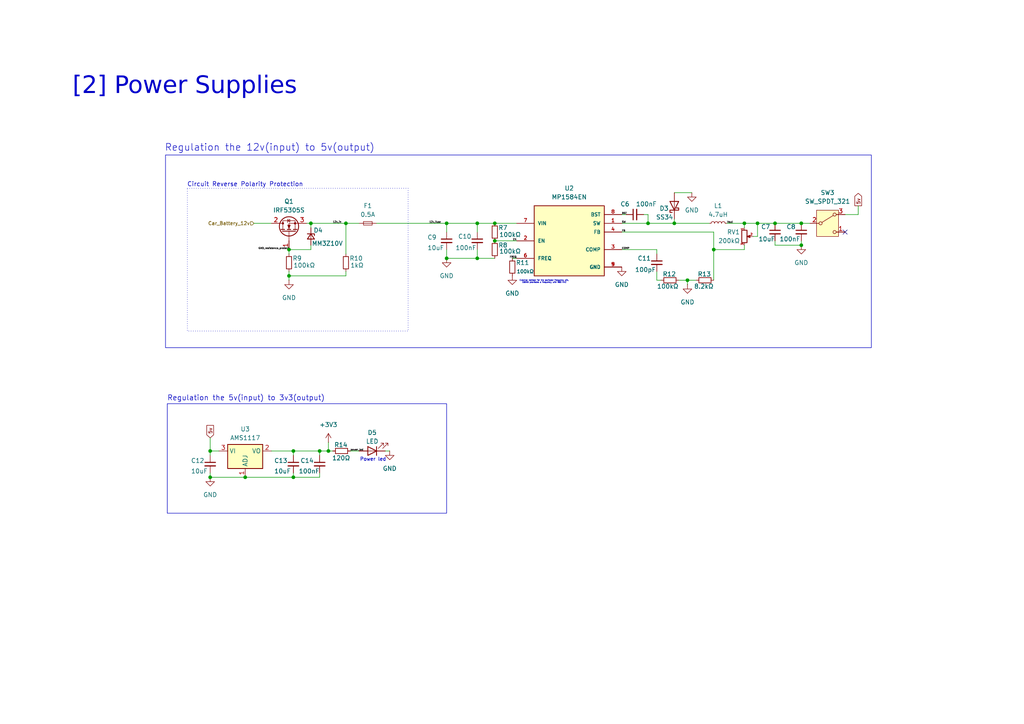
<source format=kicad_sch>
(kicad_sch (version 20231120) (generator "eeschema") (generator_version "8.0")
  (paper "A4")
  (title_block (title "Dongle eaLIVE for telemetry") (date "2024-09-19") (rev "2.0") (company "LIVE") (comment 1 "Size A4") (comment 2 "Drawn by: João Gabriel") (comment 3 "Sheet 3 of 5"))
  (lib_symbols
    (symbol "Device:C_Small" (pin_numbers hide) (pin_names (offset 0.254) hide)
      (property "Reference" "C" (at 0.254 1.778 0))
      (property "Value" "C_Small" (at 0.254 -2.032 0))
      (symbol "C_Small_0_1"
        (polyline (pts (xy -1.524 -0.508) (xy 1.524 -0.508)) (stroke (width 0.3302)))
        (polyline (pts (xy -1.524 0.508) (xy 1.524 0.508)) (stroke (width 0.3048)))
      )
      (symbol "C_Small_1_1"
        (pin passive line (at 0 2.54 270) (length 2.032) (name "~") (number "1"))
        (pin passive line (at 0 -2.54 90) (length 2.032) (name "~") (number "2"))
      )
    )
    (symbol "Device:D_Schottky" (pin_numbers hide) (pin_names (offset 1.016) hide)
      (property "Reference" "D" (at 0 2.54 0))
      (property "Value" "D_Schottky" (at 0 -2.54 0))
      (symbol "D_Schottky_0_1"
        (polyline (pts (xy 1.27 0) (xy -1.27 0)))
        (polyline (pts (xy 1.27 1.27) (xy 1.27 -1.27) (xy -1.27 0) (xy 1.27 1.27)) (stroke (width 0.254)))
        (polyline (pts (xy -1.905 0.635) (xy -1.905 1.27) (xy -1.27 1.27) (xy -1.27 -1.27) (xy -0.635 -1.27) (xy -0.635 -0.635)) (stroke (width 0.254)))
      )
      (symbol "D_Schottky_1_1"
        (pin passive line (at -3.81 0 0) (length 2.54) (name "K") (number "1"))
        (pin passive line (at 3.81 0 180) (length 2.54) (name "A") (number "2"))
      )
    )
    (symbol "Device:D_Zener_Small" (pin_numbers hide) (pin_names (offset 0.254) hide)
      (property "Reference" "D" (at 0 2.286 0))
      (property "Value" "D_Zener_Small" (at 0 -2.286 0))
      (symbol "D_Zener_Small_0_1"
        (polyline (pts (xy 0.762 0) (xy -0.762 0)))
        (polyline (pts (xy -0.254 1.016) (xy -0.762 1.016) (xy -0.762 -1.016)) (stroke (width 0.254)))
        (polyline (pts (xy 0.762 1.016) (xy -0.762 0) (xy 0.762 -1.016) (xy 0.762 1.016)) (stroke (width 0.254)))
      )
      (symbol "D_Zener_Small_1_1"
        (pin passive line (at -2.54 0 0) (length 1.778) (name "K") (number "1"))
        (pin passive line (at 2.54 0 180) (length 1.778) (name "A") (number "2"))
      )
    )
    (symbol "Device:Fuse_Small" (pin_numbers hide) (pin_names (offset 0.254) hide)
      (property "Reference" "F" (at 0 -1.524 0))
      (property "Value" "Fuse_Small" (at 0 1.524 0))
      (symbol "Fuse_Small_0_1"
        (rectangle (start -1.27 0.508) (end 1.27 -0.508))
        (polyline (pts (xy -1.27 0) (xy 1.27 0)))
      )
      (symbol "Fuse_Small_1_1"
        (pin passive line (at -2.54 0 0) (length 1.27) (name "~") (number "1"))
        (pin passive line (at 2.54 0 180) (length 1.27) (name "~") (number "2"))
      )
    )
    (symbol "Device:LED" (pin_numbers hide) (pin_names (offset 1.016) hide)
      (property "Reference" "D" (at 0 2.54 0))
      (property "Value" "LED" (at 0 -2.54 0))
      (symbol "LED_0_1"
        (polyline (pts (xy -1.27 -1.27) (xy -1.27 1.27)) (stroke (width 0.254)))
        (polyline (pts (xy -1.27 0) (xy 1.27 0)))
        (polyline (pts (xy 1.27 -1.27) (xy 1.27 1.27) (xy -1.27 0) (xy 1.27 -1.27)) (stroke (width 0.254)))
        (polyline (pts (xy -3.048 -0.762) (xy -4.572 -2.286) (xy -3.81 -2.286) (xy -4.572 -2.286) (xy -4.572 -1.524)))
        (polyline (pts (xy -1.778 -0.762) (xy -3.302 -2.286) (xy -2.54 -2.286) (xy -3.302 -2.286) (xy -3.302 -1.524)))
      )
      (symbol "LED_1_1"
        (pin passive line (at -3.81 0 0) (length 2.54) (name "K") (number "1"))
        (pin passive line (at 3.81 0 180) (length 2.54) (name "A") (number "2"))
      )
    )
    (symbol "Device:L_Small" (pin_numbers hide) (pin_names (offset 0.254) hide)
      (property "Reference" "L" (at 0.762 1.016 0))
      (property "Value" "L_Small" (at 0.762 -1.016 0))
      (symbol "L_Small_0_1"
        (arc (start 0 -2.032) (mid 0.5058 -1.524) (end 0 -1.016))
        (arc (start 0 -1.016) (mid 0.5058 -0.508) (end 0 0))
        (arc (start 0 0) (mid 0.5058 0.508) (end 0 1.016))
        (arc (start 0 1.016) (mid 0.5058 1.524) (end 0 2.032))
      )
      (symbol "L_Small_1_1"
        (pin passive line (at 0 2.54 270) (length 0.508) (name "~") (number "1"))
        (pin passive line (at 0 -2.54 90) (length 0.508) (name "~") (number "2"))
      )
    )
    (symbol "Device:R_Potentiometer_Small" (pin_names (offset 1.016) hide)
      (property "Reference" "RV" (at -4.445 0 90))
      (property "Value" "R_Potentiometer_Small" (at -2.54 0 90))
      (symbol "R_Potentiometer_Small_0_1"
        (polyline (pts (xy 0.889 0) (xy 0.635 0) (xy 1.651 0.381) (xy 1.651 -0.381) (xy 0.635 0) (xy 0.889 0)) (fill (type outline)))
        (rectangle (start 0.762 1.8034) (end -0.762 -1.8034) (stroke (width 0.254)))
      )
      (symbol "R_Potentiometer_Small_1_1"
        (pin passive line (at 0 2.54 270) (length 0.635) (name "1") (number "1"))
        (pin passive line (at 2.54 0 180) (length 0.9906) (name "2") (number "2"))
        (pin passive line (at 0 -2.54 90) (length 0.635) (name "3") (number "3"))
      )
    )
    (symbol "Device:R_Small" (pin_numbers hide) (pin_names (offset 0.254) hide)
      (property "Reference" "R" (at 0.762 0.508 0))
      (property "Value" "R_Small" (at 0.762 -1.016 0))
      (symbol "R_Small_0_1"
        (rectangle (start -0.762 1.778) (end 0.762 -1.778) (stroke (width 0.2032)))
      )
      (symbol "R_Small_1_1"
        (pin passive line (at 0 2.54 270) (length 0.762) (name "~") (number "1"))
        (pin passive line (at 0 -2.54 90) (length 0.762) (name "~") (number "2"))
      )
    )
    (symbol "DongleALIVE:MP1584EN" (pin_names (offset 1.016))
      (property "Reference" "U" (at -10.185 10.6942 0))
      (property "Value" "MP1584EN" (at -10.1723 -12.7154 0))
      (symbol "MP1584EN_0_0"
        (rectangle (start -10.16 -10.16) (end 10.16 10.16) (stroke (width 0.254)) (fill (type background)))
        (pin output line (at 15.24 5.08 180) (length 5.08) (name "SW") (number "1"))
        (pin input line (at -15.24 0 0) (length 5.08) (name "EN") (number "2"))
        (pin output line (at 15.24 -2.54 180) (length 5.08) (name "COMP") (number "3"))
        (pin input line (at 15.24 2.54 180) (length 5.08) (name "FB") (number "4"))
        (pin power_in line (at 15.24 -7.62 180) (length 5.08) (name "GND") (number "5"))
        (pin input line (at -15.24 -5.08 0) (length 5.08) (name "FREQ") (number "6"))
        (pin input line (at -15.24 5.08 0) (length 5.08) (name "VIN") (number "7"))
        (pin passive line (at 15.24 7.62 180) (length 5.08) (name "BST") (number "8"))
        (pin power_in line (at 15.24 -7.62 180) (length 5.08) (name "GND") (number "9"))
      )
    )
    (symbol "Regulator_Linear:AMS1117"
      (property "Reference" "U" (at -3.81 3.175 0))
      (property "Value" "AMS1117" (at 0 3.175 0))
      (symbol "AMS1117_0_1"
        (rectangle (start -5.08 -5.08) (end 5.08 1.905) (stroke (width 0.254)) (fill (type background)))
      )
      (symbol "AMS1117_1_1"
        (pin input line (at 0 -7.62 90) (length 2.54) (name "ADJ") (number "1"))
        (pin power_out line (at 7.62 0 180) (length 2.54) (name "VO") (number "2"))
        (pin power_in line (at -7.62 0 0) (length 2.54) (name "VI") (number "3"))
      )
    )
    (symbol "Switch:SW_SPDT_321" (pin_names (offset 1) hide)
      (property "Reference" "SW" (at 0 5.08 0))
      (property "Value" "SW_SPDT_321" (at 0 -5.08 0))
      (symbol "SW_SPDT_321_0_1"
        (circle (center -2.032 0) (radius 0.4572))
        (polyline (pts (xy -1.651 0.254) (xy 1.651 2.286)))
        (circle (center 2.032 -2.54) (radius 0.4572))
        (circle (center 2.032 2.54) (radius 0.4572))
      )
      (symbol "SW_SPDT_321_1_1"
        (rectangle (start -3.175 3.81) (end 3.175 -3.81) (fill (type background)))
        (pin passive line (at 5.08 -2.54 180) (length 2.54) (name "C") (number "1"))
        (pin passive line (at -5.08 0 0) (length 2.54) (name "B") (number "2"))
        (pin passive line (at 5.08 2.54 180) (length 2.54) (name "A") (number "3"))
      )
    )
    (symbol "Transistor_FET:IRF540N" (pin_names hide)
      (property "Reference" "Q" (at 5.08 1.905 0))
      (property "Value" "IRF540N" (at 5.08 0 0))
      (symbol "IRF540N_0_1"
        (polyline (pts (xy 0.254 0) (xy -2.54 0)))
        (polyline (pts (xy 0.254 1.905) (xy 0.254 -1.905)) (stroke (width 0.254)))
        (polyline (pts (xy 0.762 -1.27) (xy 0.762 -2.286)) (stroke (width 0.254)))
        (polyline (pts (xy 0.762 0.508) (xy 0.762 -0.508)) (stroke (width 0.254)))
        (polyline (pts (xy 0.762 2.286) (xy 0.762 1.27)) (stroke (width 0.254)))
        (polyline (pts (xy 2.54 2.54) (xy 2.54 1.778)))
        (polyline (pts (xy 2.54 -2.54) (xy 2.54 0) (xy 0.762 0)))
        (polyline (pts (xy 0.762 -1.778) (xy 3.302 -1.778) (xy 3.302 1.778) (xy 0.762 1.778)))
        (polyline (pts (xy 1.016 0) (xy 2.032 0.381) (xy 2.032 -0.381) (xy 1.016 0)) (fill (type outline)))
        (polyline (pts (xy 2.794 0.508) (xy 2.921 0.381) (xy 3.683 0.381) (xy 3.81 0.254)))
        (polyline (pts (xy 3.302 0.381) (xy 2.921 -0.254) (xy 3.683 -0.254) (xy 3.302 0.381)))
        (circle (center 1.651 0) (radius 2.794) (stroke (width 0.254)))
        (circle (center 2.54 -1.778) (radius 0.254) (fill (type outline)))
        (circle (center 2.54 1.778) (radius 0.254) (fill (type outline)))
      )
      (symbol "IRF540N_1_1"
        (pin input line (at -5.08 0 0) (length 2.54) (name "G") (number "1"))
        (pin passive line (at 2.54 5.08 270) (length 2.54) (name "D") (number "2"))
        (pin passive line (at 2.54 -5.08 90) (length 2.54) (name "S") (number "3"))
      )
    )
    (symbol "power:+3V3" (power) (pin_numbers hide) (pin_names (offset 0) hide)
      (property "Value" "+3V3" (at 0 3.556 0))
      (symbol "+3V3_0_1"
        (polyline (pts (xy -0.762 1.27) (xy 0 2.54)))
        (polyline (pts (xy 0 0) (xy 0 2.54)))
        (polyline (pts (xy 0 2.54) (xy 0.762 1.27)))
      )
      (symbol "+3V3_1_1"
        (pin power_in line (at 0 0 90) (length 0) (name "~") (number "1"))
      )
    )
    (symbol "power:GND" (power) (pin_numbers hide) (pin_names (offset 0) hide)
      (property "Value" "GND" (at 0 -3.81 0))
      (symbol "GND_0_1"
        (polyline (pts (xy 0 0) (xy 0 -1.27) (xy 1.27 -1.27) (xy 0 -2.54) (xy -1.27 -1.27) (xy 0 -1.27)))
      )
      (symbol "GND_1_1"
        (pin power_in line (at 0 0 270) (length 0) (name "~") (number "1"))
      )
    )
  )
  (junction (at 129.54 64.77))
  (junction (at 85.09 130.81))
  (junction (at 138.43 64.77))
  (junction (at 95.25 130.81))
  (junction (at 71.12 138.43))
  (junction (at 199.39 81.28))
  (junction (at 92.71 130.81))
  (junction (at 207.01 72.39))
  (junction (at 215.9 64.77))
  (junction (at 219.71 64.77))
  (junction (at 85.09 138.43))
  (junction (at 83.82 80.01))
  (junction (at 83.82 72.39))
  (junction (at 129.54 74.93))
  (junction (at 224.79 64.77))
  (junction (at 143.51 64.77))
  (junction (at 60.96 130.81))
  (junction (at 187.96 64.77))
  (junction (at 100.33 64.77))
  (junction (at 60.96 138.43))
  (junction (at 195.58 64.77))
  (junction (at 143.51 69.85))
  (junction (at 232.41 71.12))
  (junction (at 90.17 64.77))
  (junction (at 232.41 64.77))
  (junction (at 138.43 74.93))
  (no_connect (at 245.11 67.31))
  (wire (pts (xy 190.5 81.28) (xy 191.77 81.28)))
  (wire (pts (xy 129.54 74.93) (xy 138.43 74.93)))
  (wire (pts (xy 138.43 72.39) (xy 138.43 74.93)))
  (wire (pts (xy 215.9 72.39) (xy 207.01 72.39)))
  (wire (pts (xy 83.82 72.39) (xy 90.17 72.39)))
  (wire (pts (xy 60.96 130.81) (xy 63.5 130.81)))
  (wire (pts (xy 109.22 64.77) (xy 129.54 64.77)))
  (wire (pts (xy 129.54 64.77) (xy 138.43 64.77)))
  (wire (pts (xy 90.17 64.77) (xy 100.33 64.77)))
  (wire (pts (xy 148.59 74.93) (xy 149.86 74.93)))
  (wire (pts (xy 138.43 67.31) (xy 138.43 64.77)))
  (wire (pts (xy 219.71 64.77) (xy 215.9 64.77)))
  (wire (pts (xy 207.01 72.39) (xy 207.01 67.31)))
  (wire (pts (xy 95.25 130.81) (xy 96.52 130.81)))
  (wire (pts (xy 215.9 64.77) (xy 210.82 64.77)))
  (wire (pts (xy 215.9 71.12) (xy 215.9 72.39)))
  (wire (pts (xy 143.51 64.77) (xy 149.86 64.77)))
  (wire (pts (xy 187.96 62.23) (xy 187.96 64.77)))
  (wire (pts (xy 187.96 62.23) (xy 186.69 62.23)))
  (wire (pts (xy 200.66 55.88) (xy 195.58 55.88)))
  (wire (pts (xy 199.39 81.28) (xy 196.85 81.28)))
  (wire (pts (xy 73.66 64.77) (xy 78.74 64.77)))
  (wire (pts (xy 215.9 66.04) (xy 215.9 64.77)))
  (wire (pts (xy 190.5 72.39) (xy 190.5 73.66)))
  (wire (pts (xy 101.6 130.81) (xy 104.14 130.81)))
  (wire (pts (xy 248.92 59.69) (xy 248.92 62.23)))
  (wire (pts (xy 129.54 74.93) (xy 129.54 72.39)))
  (wire (pts (xy 190.5 78.74) (xy 190.5 81.28)))
  (wire (pts (xy 85.09 138.43) (xy 92.71 138.43)))
  (wire (pts (xy 78.74 130.81) (xy 85.09 130.81)))
  (wire (pts (xy 180.34 64.77) (xy 187.96 64.77)))
  (wire (pts (xy 71.12 138.43) (xy 85.09 138.43)))
  (wire (pts (xy 143.51 74.93) (xy 138.43 74.93)))
  (wire (pts (xy 85.09 138.43) (xy 85.09 137.16)))
  (wire (pts (xy 113.03 130.81) (xy 111.76 130.81)))
  (wire (pts (xy 232.41 69.85) (xy 232.41 71.12)))
  (wire (pts (xy 201.93 81.28) (xy 199.39 81.28)))
  (wire (pts (xy 219.71 68.58) (xy 219.71 64.77)))
  (wire (pts (xy 199.39 82.55) (xy 199.39 81.28)))
  (wire (pts (xy 60.96 138.43) (xy 60.96 137.16)))
  (wire (pts (xy 92.71 138.43) (xy 92.71 137.16)))
  (wire (pts (xy 100.33 64.77) (xy 104.14 64.77)))
  (wire (pts (xy 60.96 132.08) (xy 60.96 130.81)))
  (wire (pts (xy 129.54 67.31) (xy 129.54 64.77)))
  (wire (pts (xy 232.41 64.77) (xy 234.95 64.77)))
  (wire (pts (xy 248.92 62.23) (xy 245.11 62.23)))
  (wire (pts (xy 88.9 64.77) (xy 90.17 64.77)))
  (wire (pts (xy 85.09 130.81) (xy 92.71 130.81)))
  (wire (pts (xy 92.71 130.81) (xy 92.71 132.08)))
  (wire (pts (xy 224.79 71.12) (xy 224.79 69.85)))
  (wire (pts (xy 100.33 80.01) (xy 100.33 78.74)))
  (wire (pts (xy 83.82 81.28) (xy 83.82 80.01)))
  (wire (pts (xy 95.25 130.81) (xy 92.71 130.81)))
  (wire (pts (xy 219.71 68.58) (xy 218.44 68.58)))
  (wire (pts (xy 224.79 64.77) (xy 232.41 64.77)))
  (wire (pts (xy 90.17 66.04) (xy 90.17 64.77)))
  (wire (pts (xy 224.79 71.12) (xy 232.41 71.12)))
  (wire (pts (xy 83.82 80.01) (xy 100.33 80.01)))
  (wire (pts (xy 207.01 72.39) (xy 207.01 81.28)))
  (wire (pts (xy 180.34 72.39) (xy 190.5 72.39)))
  (wire (pts (xy 83.82 80.01) (xy 83.82 78.74)))
  (wire (pts (xy 143.51 69.85) (xy 149.86 69.85)))
  (wire (pts (xy 138.43 64.77) (xy 143.51 64.77)))
  (wire (pts (xy 195.58 64.77) (xy 195.58 63.5)))
  (wire (pts (xy 60.96 130.81) (xy 60.96 127)))
  (wire (pts (xy 100.33 73.66) (xy 100.33 64.77)))
  (wire (pts (xy 207.01 67.31) (xy 180.34 67.31)))
  (wire (pts (xy 181.61 62.23) (xy 180.34 62.23)))
  (wire (pts (xy 90.17 71.12) (xy 90.17 72.39)))
  (wire (pts (xy 85.09 130.81) (xy 85.09 132.08)))
  (wire (pts (xy 83.82 73.66) (xy 83.82 72.39)))
  (wire (pts (xy 205.74 64.77) (xy 195.58 64.77)))
  (wire (pts (xy 187.96 64.77) (xy 195.58 64.77)))
  (wire (pts (xy 71.12 138.43) (xy 60.96 138.43)))
  (wire (pts (xy 95.25 128.27) (xy 95.25 130.81)))
  (wire (pts (xy 219.71 64.77) (xy 224.79 64.77)))
  (rectangle (start 54.356 54.61) (end 118.364 96.012) (stroke (width 0) (type dot)))
  (rectangle (start 48.514 117.094) (end 129.54 148.844))
  (rectangle (start 48.006 44.958) (end 252.73 100.838))
  (text "Regulation the 12v(input) to 5v(output)" (at 78.232 42.926 0) (effects (font (size 2 2))))
  (text "[2] Power Supplies" (at 53.594 26.416 0) (effects (font (size 5 5))))
  (text "External resistor for the oscilator frequency pin. \n100KΩ proviedes a frequency with 900 KHZ " (at 157.988 81.788 0) (effects (font (size 0.381 0.381))))
  (text "Power led" (at 108.204 133.35 0) (effects (font (size 1 1))))
  (text "Regulation the 5v(input) to 3v3(output)" (at 71.374 115.57 0) (effects (font (size 1.5 1.5))))
  (text "Circuit Reverse Polarity Protection" (at 71.12 53.594 0) (effects (font (size 1.27 1.27))))
  (label "12v_in" (at 96.52 64.77 0) (effects (font (size 0.5 0.5))))
  (label "GND_resistence_protect" (at 83.82 72.39 180) (effects (font (size 0.5 0.5))))
  (label "EN" (at 149.86 69.85 180) (effects (font (size 0.5 0.5))))
  (label "BST" (at 180.34 62.23 0) (effects (font (size 0.5 0.5))))
  (label "FREQ" (at 149.86 74.93 180) (effects (font (size 0.5 0.5))))
  (label "12v_fuse" (at 124.46 64.77 0) (effects (font (size 0.5 0.5))))
  (label "power_led" (at 101.6 130.81 0) (effects (font (size 0.5 0.5))))
  (label "Vout" (at 210.82 64.77 0) (effects (font (size 0.5 0.5))))
  (label "COMP" (at 180.34 72.39 0) (effects (font (size 0.5 0.5))))
  (label "SW" (at 180.34 64.77 0) (effects (font (size 0.5 0.5))))
  (label "FB" (at 180.34 67.31 0) (effects (font (size 0.5 0.5))))
  (global_label "5v" (shape input) (at 60.96 127 90) (effects (font (size 1 1))) (property "Intersheetrefs" "${INTERSHEET_REFS}" (effects (hide yes))))
  (global_label "5v" (shape output) (at 248.92 59.69 90) (effects (font (size 1 1))) (property "Intersheetrefs" "${INTERSHEET_REFS}" (effects (hide yes))))
  (hierarchical_label "Car_Battery_12v" (shape input) (at 73.66 64.77 180) (effects (font (size 1 1))))
  (symbol (lib_id "power:GND") (at 200.66 55.88 0) (unit 1)
    (property "Reference" "#PWR013" (effects (hide yes)))
    (property "Value" "GND" (at 200.66 60.96 0))
    (property "Description" "Power symbol creates a global label with name \"GND\" , ground" (effects (hide yes)))
  )
  (symbol (lib_id "Device:R_Small") (at 143.51 67.31 0) (unit 1)
    (property "Reference" "R7" (at 144.526 66.04 0) (effects (justify left)))
    (property "Value" "100kΩ" (at 144.78 68.072 0) (effects (justify left)))
    (property "Footprint" "Resistor_SMD:R_0805_2012Metric_Pad1.20x1.40mm_HandSolder" (effects (hide yes)))
    (property "Description" "Resistor, small symbol" (effects (hide yes)))
    (property "LCSC" "C149504" (effects (hide yes)))
  )
  (symbol (lib_id "Device:C_Small") (at 190.5 76.2 0) (unit 1)
    (property "Reference" "C11" (at 184.912 74.93 0) (effects (justify left)))
    (property "Value" "100pF" (at 184.15 78.232 0) (effects (justify left)))
    (property "Footprint" "Capacitor_SMD:C_0805_2012Metric_Pad1.18x1.45mm_HandSolder" (effects (hide yes)))
    (property "Description" "Unpolarized capacitor, small symbol" (effects (hide yes)))
    (property "LCSC" "C1790" (effects (hide yes)))
  )
  (symbol (lib_id "Device:R_Small") (at 99.06 130.81 90) (unit 1)
    (property "Reference" "R14" (at 100.838 129.032 90) (effects (justify left)))
    (property "Value" "120Ω" (at 101.6 132.842 90) (effects (justify left)))
    (property "Footprint" "Resistor_SMD:R_0805_2012Metric_Pad1.20x1.40mm_HandSolder" (effects (hide yes)))
    (property "Description" "Resistor, small symbol" (effects (hide yes)))
    (property "LCSC" "C966144" (effects (hide yes)))
  )
  (symbol (lib_id "Device:C_Small") (at 224.79 67.31 0) (unit 1)
    (property "Reference" "C7" (at 220.726 65.786 0) (effects (justify left)))
    (property "Value" "10uF" (at 219.964 69.342 0) (effects (justify left)))
    (property "Footprint" "Capacitor_SMD:C_0805_2012Metric_Pad1.18x1.45mm_HandSolder" (effects (hide yes)))
    (property "Description" "Unpolarized capacitor, small symbol" (effects (hide yes)))
    (property "LCSC" "C15850" (effects (hide yes)))
  )
  (symbol (lib_id "power:GND") (at 232.41 71.12 0) (unit 1)
    (property "Reference" "#PWR014" (effects (hide yes)))
    (property "Value" "GND" (at 232.41 76.2 0))
    (property "Description" "Power symbol creates a global label with name \"GND\" , ground" (effects (hide yes)))
  )
  (symbol (lib_id "Device:C_Small") (at 60.96 134.62 0) (unit 1)
    (property "Reference" "C12" (at 55.372 133.604 0) (effects (justify left)))
    (property "Value" "10uF" (at 55.372 136.652 0) (effects (justify left)))
    (property "Footprint" "Capacitor_SMD:C_0805_2012Metric_Pad1.18x1.45mm_HandSolder" (effects (hide yes)))
    (property "Description" "Unpolarized capacitor, small symbol" (effects (hide yes)))
    (property "LCSC" "C15850" (effects (hide yes)))
  )
  (symbol (lib_id "power:GND") (at 129.54 74.93 0) (unit 1)
    (property "Reference" "#PWR015" (effects (hide yes)))
    (property "Value" "GND" (at 129.54 80.01 0))
    (property "Description" "Power symbol creates a global label with name \"GND\" , ground" (effects (hide yes)))
  )
  (symbol (lib_id "Device:R_Small") (at 204.47 81.28 90) (unit 1)
    (property "Reference" "R13" (at 206.248 79.502 90) (effects (justify left)))
    (property "Value" "8.2kΩ" (at 207.01 83.058 90) (effects (justify left)))
    (property "Footprint" "Resistor_SMD:R_0805_2012Metric_Pad1.20x1.40mm_HandSolder" (effects (hide yes)))
    (property "Description" "Resistor, small symbol" (effects (hide yes)))
    (property "LCSC" "C17828" (effects (hide yes)))
  )
  (symbol (lib_id "Device:C_Small") (at 92.71 134.62 0) (unit 1)
    (property "Reference" "C14" (at 87.122 133.604 0) (effects (justify left)))
    (property "Value" "100nF" (at 86.614 136.652 0) (effects (justify left)))
    (property "Footprint" "Capacitor_SMD:C_0805_2012Metric_Pad1.18x1.45mm_HandSolder" (effects (hide yes)))
    (property "Description" "Unpolarized capacitor, small symbol" (effects (hide yes)))
    (property "LCSC" "C49678" (effects (hide yes)))
  )
  (symbol (lib_id "Device:R_Small") (at 194.31 81.28 90) (unit 1)
    (property "Reference" "R12" (at 196.088 79.502 90) (effects (justify left)))
    (property "Value" "100kΩ" (at 196.85 83.058 90) (effects (justify left)))
    (property "Footprint" "Resistor_SMD:R_0805_2012Metric_Pad1.20x1.40mm_HandSolder" (effects (hide yes)))
    (property "Description" "Resistor, small symbol" (effects (hide yes)))
    (property "LCSC" "C149504" (effects (hide yes)))
  )
  (symbol (lib_id "Device:L_Small") (at 208.28 64.77 90) (unit 1)
    (property "Reference" "L1" (at 208.28 59.69 90))
    (property "Value" "4.7uH" (at 208.28 62.23 90))
    (property "Footprint" "Inductor_SMD:L_Cenker_CKCS6028" (effects (hide yes)))
    (property "Description" "Inductor, small symbol" (effects (hide yes)))
    (property "LCSC" "C108295" (effects (hide yes)))
  )
  (symbol (lib_id "Device:R_Small") (at 83.82 76.2 0) (unit 1)
    (property "Reference" "R9" (at 84.836 74.93 0) (effects (justify left)))
    (property "Value" "100kΩ" (at 85.09 76.962 0) (effects (justify left)))
    (property "Footprint" "Resistor_SMD:R_0805_2012Metric_Pad1.20x1.40mm_HandSolder" (effects (hide yes)))
    (property "Description" "Resistor, small symbol" (effects (hide yes)))
    (property "LCSC" "C149504" (effects (hide yes)))
  )
  (symbol (lib_id "Device:R_Small") (at 100.33 76.2 0) (unit 1)
    (property "Reference" "R10" (at 101.346 74.93 0) (effects (justify left)))
    (property "Value" "1kΩ" (at 101.6 76.962 0) (effects (justify left)))
    (property "Footprint" "Resistor_SMD:R_0805_2012Metric_Pad1.20x1.40mm_HandSolder" (effects (hide yes)))
    (property "Description" "Resistor, small symbol" (effects (hide yes)))
    (property "LCSC" "C17513" (effects (hide yes)))
  )
  (symbol (lib_id "Device:C_Small") (at 138.43 69.85 0) (unit 1)
    (property "Reference" "C10" (at 132.842 68.58 0) (effects (justify left)))
    (property "Value" "100nF" (at 132.08 71.882 0) (effects (justify left)))
    (property "Footprint" "Capacitor_SMD:C_0805_2012Metric_Pad1.18x1.45mm_HandSolder" (effects (hide yes)))
    (property "Description" "Unpolarized capacitor, small symbol" (effects (hide yes)))
    (property "LCSC" "C49678" (effects (hide yes)))
  )
  (symbol (lib_id "Device:D_Zener_Small") (at 90.17 68.58 270) (unit 1)
    (property "Reference" "D4" (at 90.932 66.802 90) (effects (justify left)))
    (property "Value" "MM3Z10V" (at 90.424 70.612 90) (effects (justify left)))
    (property "Footprint" "DongleALIVE:MM3Z10VT1G" (effects (hide yes)))
    (property "Description" "Zener diode, small symbol" (effects (hide yes)))
    (property "LCSC" "C39057" (effects (hide yes)))
  )
  (symbol (lib_id "Device:R_Small") (at 143.51 72.39 0) (unit 1)
    (property "Reference" "R8" (at 144.526 71.12 0) (effects (justify left)))
    (property "Value" "100kΩ" (at 144.78 72.898 0) (effects (justify left)))
    (property "Footprint" "Resistor_SMD:R_0805_2012Metric_Pad1.20x1.40mm_HandSolder" (effects (hide yes)))
    (property "Description" "Resistor, small symbol" (effects (hide yes)))
    (property "LCSC" "C149504" (effects (hide yes)))
  )
  (symbol (lib_id "Device:C_Small") (at 129.54 69.85 0) (unit 1)
    (property "Reference" "C9" (at 123.952 68.834 0) (effects (justify left)))
    (property "Value" "10uF" (at 123.952 71.882 0) (effects (justify left)))
    (property "Footprint" "Capacitor_SMD:C_0805_2012Metric_Pad1.18x1.45mm_HandSolder" (effects (hide yes)))
    (property "Description" "Unpolarized capacitor, small symbol" (effects (hide yes)))
    (property "LCSC" "C15850" (effects (hide yes)))
  )
  (symbol (lib_id "power:GND") (at 199.39 82.55 0) (unit 1)
    (property "Reference" "#PWR019" (effects (hide yes)))
    (property "Value" "GND" (at 199.39 87.63 0))
    (property "Description" "Power symbol creates a global label with name \"GND\" , ground" (effects (hide yes)))
  )
  (symbol (lib_id "Switch:SW_SPDT_321") (at 240.03 64.77 0) (unit 1)
    (property "Reference" "SW3" (at 240.03 55.88 0))
    (property "Value" "SW_SPDT_321" (at 240.03 58.42 0))
    (property "Footprint" "Button_Switch_THT:SW_Slide_SPDT_Angled_CK_OS102011MA1Q" (effects (hide yes)))
    (property "Description" "Switch, single pole double throw" (effects (hide yes)))
    (property "LCSC" "C273393" (effects (hide yes)))
  )
  (symbol (lib_id "Device:Fuse_Small") (at 106.68 64.77 0) (unit 1)
    (property "Reference" "F1" (at 106.68 59.69 0))
    (property "Value" "0.5A" (at 106.68 62.23 0))
    (property "Footprint" "DongleALIVE:Fuseholder_Clip-5x20mm_Littelfuse_111_Inline_P20.00x5.00mm_D1.05mm_Horizontal" (effects (hide yes)))
    (property "Description" "Fuse, small symbol" (effects (hide yes)))
  )
  (symbol (lib_id "power:GND") (at 83.82 81.28 0) (unit 1)
    (property "Reference" "#PWR018" (effects (hide yes)))
    (property "Value" "GND" (at 83.82 86.36 0))
    (property "Description" "Power symbol creates a global label with name \"GND\" , ground" (effects (hide yes)))
  )
  (symbol (lib_id "Regulator_Linear:AMS1117") (at 71.12 130.81 0) (unit 1)
    (property "Reference" "U3" (at 71.12 124.46 0))
    (property "Value" "AMS1117" (at 71.12 127 0))
    (property "Footprint" "Package_TO_SOT_SMD:SOT-223-3_TabPin2" (effects (hide yes)))
    (property "Datasheet" "http://www.advanced-monolithic.com/pdf/ds1117.pdf" (effects (hide yes)))
    (property "Description" "1A Low Dropout regulator, positive, adjustable output, SOT-223" (effects (hide yes)))
    (property "LCSC" "C917183" (effects (hide yes)))
  )
  (symbol (lib_id "DongleALIVE:MP1584EN") (at 165.1 69.85 0) (unit 1)
    (property "Reference" "U2" (at 165.1 54.61 0))
    (property "Value" "MP1584EN" (at 165.1 57.15 0))
    (property "Footprint" "DongleALIVE:MP1584EN" (effects (hide yes)))
    (property "MF" "Monolithic Power" (effects (hide yes)))
    (property "PACKAGE" "None" (effects (hide yes)))
    (property "PRICE" "None" (effects (hide yes)))
    (property "Package" "SOIC-8 Monolithic Power" (effects (hide yes)))
    (property "Check_prices" "https://www.snapeda.com/parts/MP1584EN/Monolithic+Power+Systems+Inc./view-part/?ref=eda" (effects (hide yes)))
    (property "STANDARD" "IPC-7351B" (effects (hide yes)))
    (property "SnapEDA_Link" "https://www.snapeda.com/parts/MP1584EN/Monolithic+Power+Systems+Inc./view-part/?ref=snap" (effects (hide yes)))
    (property "MP" "MP1584EN" (effects (hide yes)))
    (property "Price" "None" (effects (hide yes)))
    (property "Availability" "In Stock" (effects (hide yes)))
    (property "AVAILABILITY" "Unavailable" (effects (hide yes)))
    (property "Description_1" "\nBuck Switching Regulator IC Positive Adjustable 0.8V 1 Output 3A 8-SOIC (0.154, 3.90mm Width) Exposed Pad\n" (effects (hide yes)))
  )
  (symbol (lib_id "power:GND") (at 180.34 77.47 0) (unit 1)
    (property "Reference" "#PWR016" (effects (hide yes)))
    (property "Value" "GND" (at 180.34 82.55 0))
    (property "Description" "Power symbol creates a global label with name \"GND\" , ground" (effects (hide yes)))
  )
  (symbol (lib_id "Device:C_Small") (at 85.09 134.62 0) (unit 1)
    (property "Reference" "C13" (at 79.502 133.604 0) (effects (justify left)))
    (property "Value" "10uF" (at 79.502 136.652 0) (effects (justify left)))
    (property "Footprint" "Capacitor_SMD:C_0805_2012Metric_Pad1.18x1.45mm_HandSolder" (effects (hide yes)))
    (property "Description" "Unpolarized capacitor, small symbol" (effects (hide yes)))
    (property "LCSC" "C15850" (effects (hide yes)))
  )
  (symbol (lib_id "Device:R_Small") (at 148.59 77.47 0) (unit 1)
    (property "Reference" "R11" (at 149.606 76.2 0) (effects (justify left)))
    (property "Value" "100kΩ" (at 149.86 78.74 0) (effects (font (size 1 1)) (justify left)))
    (property "Footprint" "Resistor_SMD:R_0805_2012Metric_Pad1.20x1.40mm_HandSolder" (effects (hide yes)))
    (property "Description" "Resistor, small symbol" (effects (hide yes)))
    (property "LCSC" "C149504" (effects (hide yes)))
  )
  (symbol (lib_id "Device:R_Potentiometer_Small") (at 215.9 68.58 0) (unit 1)
    (property "Reference" "RV1" (at 214.63 67.31 0) (effects (justify right)))
    (property "Value" "200kΩ" (at 214.63 69.85 0) (effects (justify right)))
    (property "Footprint" "DongleALIVE:Potenciometer" (effects (hide yes)))
    (property "Description" "Potentiometer" (effects (hide yes)))
    (property "LCSC" "C128551" (effects (hide yes)))
  )
  (symbol (lib_id "power:GND") (at 148.59 80.01 0) (unit 1)
    (property "Reference" "#PWR017" (effects (hide yes)))
    (property "Value" "GND" (at 148.59 85.09 0))
    (property "Description" "Power symbol creates a global label with name \"GND\" , ground" (effects (hide yes)))
  )
  (symbol (lib_id "Device:C_Small") (at 184.15 62.23 90) (unit 1)
    (property "Reference" "C6" (at 182.626 59.182 90) (effects (justify left)))
    (property "Value" "100nF" (at 190.5 59.182 90) (effects (justify left)))
    (property "Footprint" "Capacitor_SMD:C_0805_2012Metric_Pad1.18x1.45mm_HandSolder" (effects (hide yes)))
    (property "Description" "Unpolarized capacitor, small symbol" (effects (hide yes)))
    (property "LCSC" "C49678" (effects (hide yes)))
  )
  (symbol (lib_id "power:+3V3") (at 95.25 128.27 0) (unit 1)
    (property "Reference" "#PWR020" (effects (hide yes)))
    (property "Value" "+3V3" (at 95.25 123.19 0))
    (property "Description" "Power symbol creates a global label with name \"+3V3\"" (effects (hide yes)))
  )
  (symbol (lib_id "power:GND") (at 60.96 138.43 0) (unit 1)
    (property "Reference" "#PWR022" (effects (hide yes)))
    (property "Value" "GND" (at 60.96 143.51 0))
    (property "Description" "Power symbol creates a global label with name \"GND\" , ground" (effects (hide yes)))
  )
  (symbol (lib_id "Device:C_Small") (at 232.41 67.31 0) (unit 1)
    (property "Reference" "C8" (at 228.092 65.786 0) (effects (justify left)))
    (property "Value" "100nF" (at 226.06 69.342 0) (effects (justify left)))
    (property "Footprint" "Capacitor_SMD:C_0805_2012Metric_Pad1.18x1.45mm_HandSolder" (effects (hide yes)))
    (property "Description" "Unpolarized capacitor, small symbol" (effects (hide yes)))
    (property "LCSC" "C49678" (effects (hide yes)))
  )
  (symbol (lib_id "Transistor_FET:IRF540N") (at 83.82 67.31 90) (unit 1)
    (property "Reference" "Q1" (at 83.82 58.42 90))
    (property "Value" "IRF5305S" (at 83.82 60.96 90))
    (property "Footprint" "DongleALIVE:IRF5305S" (effects (hide yes)))
    (property "Datasheet" "http://www.irf.com/product-info/datasheets/data/irf540n.pdf" (effects (hide yes)))
    (property "Description" "33A Id, 100V Vds, HEXFET N-Channel MOSFET, TO-220" (effects (hide yes)))
    (property "LCSC" "C2874634" (effects (hide yes)))
  )
  (symbol (lib_id "power:GND") (at 113.03 130.81 0) (unit 1)
    (property "Reference" "#PWR021" (effects (hide yes)))
    (property "Value" "GND" (at 113.03 135.89 0))
    (property "Description" "Power symbol creates a global label with name \"GND\" , ground" (effects (hide yes)))
  )
  (symbol (lib_id "Device:D_Schottky") (at 195.58 59.69 90) (unit 1)
    (property "Reference" "D3" (at 191.262 60.452 90) (effects (justify right)))
    (property "Value" "SS34" (at 190.246 62.992 90) (effects (justify right)))
    (property "Footprint" "DongleALIVE:SS34" (effects (hide yes)))
    (property "Description" "Schottky diode" (effects (hide yes)))
    (property "LCSC" "C8678" (effects (hide yes)))
  )
  (symbol (lib_id "Device:LED") (at 107.95 130.81 180) (unit 1)
    (property "Reference" "D5" (at 107.95 125.476 0))
    (property "Value" "LED" (at 107.95 128.016 0))
    (property "Footprint" "LED_SMD:LED_0805_2012Metric" (effects (hide yes)))
    (property "Description" "Light emitting diode" (effects (hide yes)))
    (property "LCSC" "C19171391" (effects (hide yes)))
  )
)
</source>
